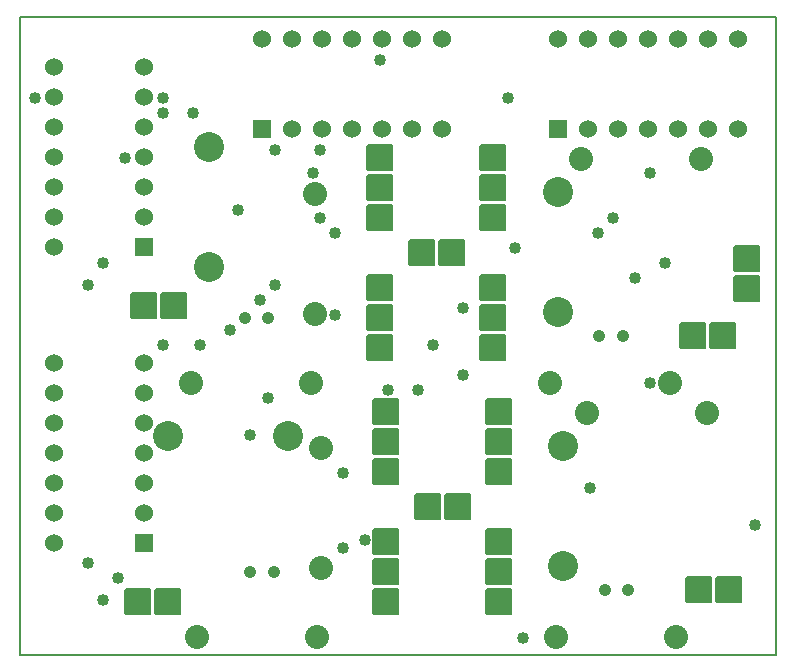
<source format=gbr>
G04 PROTEUS GERBER X2 FILE*
%TF.GenerationSoftware,Labcenter,Proteus,8.13-SP0-Build31525*%
%TF.CreationDate,2022-07-19T09:54:05+00:00*%
%TF.FileFunction,Soldermask,Top*%
%TF.FilePolarity,Negative*%
%TF.Part,Single*%
%TF.SameCoordinates,{6f39dd04-efa5-45c4-8082-559ce8106841}*%
%FSLAX45Y45*%
%MOMM*%
G01*
%TA.AperFunction,Material*%
%ADD71C,1.016000*%
%AMPPAD012*
4,1,36,
-1.016000,1.143000,
1.016000,1.143000,
1.041970,1.140470,
1.065980,1.133200,
1.087580,1.121650,
1.106290,1.106290,
1.121650,1.087570,
1.133200,1.065980,
1.140470,1.041970,
1.143000,1.016000,
1.143000,-1.016000,
1.140470,-1.041970,
1.133200,-1.065980,
1.121650,-1.087570,
1.106290,-1.106290,
1.087580,-1.121650,
1.065980,-1.133200,
1.041970,-1.140470,
1.016000,-1.143000,
-1.016000,-1.143000,
-1.041970,-1.140470,
-1.065980,-1.133200,
-1.087580,-1.121650,
-1.106290,-1.106290,
-1.121650,-1.087570,
-1.133200,-1.065980,
-1.140470,-1.041970,
-1.143000,-1.016000,
-1.143000,1.016000,
-1.140470,1.041970,
-1.133200,1.065980,
-1.121650,1.087570,
-1.106290,1.106290,
-1.087580,1.121650,
-1.065980,1.133200,
-1.041970,1.140470,
-1.016000,1.143000,
0*%
%TA.AperFunction,Material*%
%ADD20PPAD012*%
%AMPPAD013*
4,1,36,
-1.143000,-1.016000,
-1.143000,1.016000,
-1.140470,1.041970,
-1.133200,1.065980,
-1.121650,1.087580,
-1.106290,1.106290,
-1.087570,1.121650,
-1.065980,1.133200,
-1.041970,1.140470,
-1.016000,1.143000,
1.016000,1.143000,
1.041970,1.140470,
1.065980,1.133200,
1.087570,1.121650,
1.106290,1.106290,
1.121650,1.087580,
1.133200,1.065980,
1.140470,1.041970,
1.143000,1.016000,
1.143000,-1.016000,
1.140470,-1.041970,
1.133200,-1.065980,
1.121650,-1.087580,
1.106290,-1.106290,
1.087570,-1.121650,
1.065980,-1.133200,
1.041970,-1.140470,
1.016000,-1.143000,
-1.016000,-1.143000,
-1.041970,-1.140470,
-1.065980,-1.133200,
-1.087570,-1.121650,
-1.106290,-1.106290,
-1.121650,-1.087580,
-1.133200,-1.065980,
-1.140470,-1.041970,
-1.143000,-1.016000,
0*%
%TA.AperFunction,Material*%
%ADD21PPAD013*%
%TA.AperFunction,Material*%
%ADD22C,2.032000*%
%ADD23C,2.540000*%
%ADD24C,1.050000*%
%AMPPAD017*
4,1,36,
-0.762000,-0.635000,
-0.762000,0.635000,
-0.759470,0.660970,
-0.752200,0.684980,
-0.740650,0.706580,
-0.725290,0.725290,
-0.706570,0.740650,
-0.684980,0.752200,
-0.660970,0.759470,
-0.635000,0.762000,
0.635000,0.762000,
0.660970,0.759470,
0.684980,0.752200,
0.706570,0.740650,
0.725290,0.725290,
0.740650,0.706580,
0.752200,0.684980,
0.759470,0.660970,
0.762000,0.635000,
0.762000,-0.635000,
0.759470,-0.660970,
0.752200,-0.684980,
0.740650,-0.706580,
0.725290,-0.725290,
0.706570,-0.740650,
0.684980,-0.752200,
0.660970,-0.759470,
0.635000,-0.762000,
-0.635000,-0.762000,
-0.660970,-0.759470,
-0.684980,-0.752200,
-0.706570,-0.740650,
-0.725290,-0.725290,
-0.740650,-0.706580,
-0.752200,-0.684980,
-0.759470,-0.660970,
-0.762000,-0.635000,
0*%
%TA.AperFunction,Material*%
%ADD25PPAD017*%
%ADD26C,1.524000*%
%AMPPAD019*
4,1,36,
-0.635000,0.762000,
0.635000,0.762000,
0.660970,0.759470,
0.684980,0.752200,
0.706580,0.740650,
0.725290,0.725290,
0.740650,0.706570,
0.752200,0.684980,
0.759470,0.660970,
0.762000,0.635000,
0.762000,-0.635000,
0.759470,-0.660970,
0.752200,-0.684980,
0.740650,-0.706570,
0.725290,-0.725290,
0.706580,-0.740650,
0.684980,-0.752200,
0.660970,-0.759470,
0.635000,-0.762000,
-0.635000,-0.762000,
-0.660970,-0.759470,
-0.684980,-0.752200,
-0.706580,-0.740650,
-0.725290,-0.725290,
-0.740650,-0.706570,
-0.752200,-0.684980,
-0.759470,-0.660970,
-0.762000,-0.635000,
-0.762000,0.635000,
-0.759470,0.660970,
-0.752200,0.684980,
-0.740650,0.706570,
-0.725290,0.725290,
-0.706580,0.740650,
-0.684980,0.752200,
-0.660970,0.759470,
-0.635000,0.762000,
0*%
%ADD27PPAD019*%
%TA.AperFunction,Profile*%
%ADD18C,0.203200*%
%TD.AperFunction*%
D71*
X-7874000Y+7620000D03*
X-7239000Y+8128000D03*
X-5651500Y+7366000D03*
X-5651500Y+7937500D03*
X-4064000Y+9080500D03*
X-4064000Y+7302500D03*
X-6731000Y+7874000D03*
X-7302500Y+7175500D03*
X-4508500Y+8572500D03*
X-4381500Y+8699500D03*
X-6667500Y+6540500D03*
X-6667500Y+5905500D03*
X-4572000Y+6413500D03*
X-8826500Y+5778500D03*
X-8826500Y+8128000D03*
X-7366000Y+8001000D03*
X-7620000Y+7747000D03*
X-7556500Y+8763000D03*
X-6858000Y+8699500D03*
X-7450000Y+6858000D03*
X-8191500Y+9588500D03*
X-3175000Y+6096000D03*
X-3937000Y+8318500D03*
X-6731000Y+8572500D03*
X-6921500Y+9080500D03*
X-7937500Y+9588500D03*
X-8191500Y+9715500D03*
X-7239000Y+9271000D03*
X-6858000Y+9271000D03*
X-8191500Y+7620000D03*
X-6286500Y+7239000D03*
X-6032500Y+7239000D03*
X-5207000Y+8445500D03*
X-6350000Y+10033000D03*
X-6477000Y+5969000D03*
X-5905500Y+7620000D03*
X-4191000Y+8191500D03*
X-8699500Y+8318500D03*
X-8699500Y+5461000D03*
X-8572500Y+5651500D03*
X-5143500Y+5143500D03*
X-8509000Y+9207500D03*
X-5270500Y+9715500D03*
X-9271000Y+9715500D03*
D20*
X-6000000Y+8400000D03*
X-5746000Y+8400000D03*
D21*
X-6350000Y+8696000D03*
X-6350000Y+8950000D03*
X-6350000Y+9204000D03*
X-6350000Y+7596000D03*
X-6350000Y+7850000D03*
X-6350000Y+8104000D03*
X-5400000Y+8108000D03*
X-5400000Y+7854000D03*
X-5400000Y+7600000D03*
X-5400000Y+9204000D03*
X-5400000Y+8950000D03*
X-5400000Y+8696000D03*
D22*
X-6900000Y+8900000D03*
X-6900000Y+7884000D03*
D23*
X-7800000Y+8284000D03*
X-7800000Y+9300000D03*
D22*
X-7950000Y+7300000D03*
X-6934000Y+7300000D03*
X-3634000Y+9200000D03*
X-4650000Y+9200000D03*
X-4916000Y+7300000D03*
X-3900000Y+7300000D03*
D24*
X-7500000Y+7850000D03*
X-7300000Y+7850000D03*
X-4300000Y+7700000D03*
X-4500000Y+7700000D03*
D23*
X-4850000Y+8916000D03*
X-4850000Y+7900000D03*
D20*
X-8354000Y+7950000D03*
X-8100000Y+7950000D03*
X-3700000Y+7700000D03*
X-3446000Y+7700000D03*
D21*
X-3250000Y+8350000D03*
X-3250000Y+8096000D03*
D20*
X-5950000Y+6250000D03*
X-5696000Y+6250000D03*
D21*
X-6300000Y+6546000D03*
X-6300000Y+6800000D03*
X-6300000Y+7054000D03*
X-6300000Y+5446000D03*
X-6300000Y+5700000D03*
X-6300000Y+5954000D03*
X-5350000Y+5958000D03*
X-5350000Y+5704000D03*
X-5350000Y+5450000D03*
X-5350000Y+7054000D03*
X-5350000Y+6800000D03*
X-5350000Y+6546000D03*
D22*
X-6850000Y+6750000D03*
X-6850000Y+5734000D03*
D23*
X-7134000Y+6850000D03*
X-8150000Y+6850000D03*
D22*
X-7900000Y+5150000D03*
X-6884000Y+5150000D03*
X-3584000Y+7050000D03*
X-4600000Y+7050000D03*
X-4866000Y+5150000D03*
X-3850000Y+5150000D03*
D24*
X-7450000Y+5700000D03*
X-7250000Y+5700000D03*
X-4250000Y+5550000D03*
X-4450000Y+5550000D03*
D23*
X-4800000Y+6766000D03*
X-4800000Y+5750000D03*
D20*
X-8404000Y+5450000D03*
X-8150000Y+5450000D03*
X-3650000Y+5550000D03*
X-3396000Y+5550000D03*
D25*
X-8350000Y+5950000D03*
D26*
X-8350000Y+6204000D03*
X-8350000Y+6458000D03*
X-8350000Y+6712000D03*
X-8350000Y+6966000D03*
X-8350000Y+7220000D03*
X-8350000Y+7474000D03*
X-9112000Y+7474000D03*
X-9112000Y+7220000D03*
X-9112000Y+6966000D03*
X-9112000Y+6712000D03*
X-9112000Y+6458000D03*
X-9112000Y+6204000D03*
X-9112000Y+5950000D03*
D27*
X-4850000Y+9450000D03*
D26*
X-4596000Y+9450000D03*
X-4342000Y+9450000D03*
X-4088000Y+9450000D03*
X-3834000Y+9450000D03*
X-3580000Y+9450000D03*
X-3326000Y+9450000D03*
X-3326000Y+10212000D03*
X-3580000Y+10212000D03*
X-3834000Y+10212000D03*
X-4088000Y+10212000D03*
X-4342000Y+10212000D03*
X-4596000Y+10212000D03*
X-4850000Y+10212000D03*
D27*
X-7350000Y+9450000D03*
D26*
X-7096000Y+9450000D03*
X-6842000Y+9450000D03*
X-6588000Y+9450000D03*
X-6334000Y+9450000D03*
X-6080000Y+9450000D03*
X-5826000Y+9450000D03*
X-5826000Y+10212000D03*
X-6080000Y+10212000D03*
X-6334000Y+10212000D03*
X-6588000Y+10212000D03*
X-6842000Y+10212000D03*
X-7096000Y+10212000D03*
X-7350000Y+10212000D03*
D25*
X-8350000Y+8450000D03*
D26*
X-8350000Y+8704000D03*
X-8350000Y+8958000D03*
X-8350000Y+9212000D03*
X-8350000Y+9466000D03*
X-8350000Y+9720000D03*
X-8350000Y+9974000D03*
X-9112000Y+9974000D03*
X-9112000Y+9720000D03*
X-9112000Y+9466000D03*
X-9112000Y+9212000D03*
X-9112000Y+8958000D03*
X-9112000Y+8704000D03*
X-9112000Y+8450000D03*
D18*
X-9400000Y+5000000D02*
X-3000000Y+5000000D01*
X-3000000Y+10400000D01*
X-9400000Y+10400000D01*
X-9400000Y+5000000D01*
M02*

</source>
